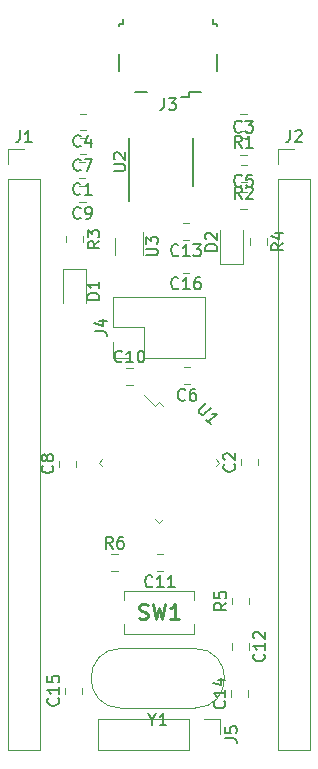
<source format=gbr>
%TF.GenerationSoftware,KiCad,Pcbnew,(5.1.6)-1*%
%TF.CreationDate,2021-02-04T14:06:32+01:00*%
%TF.ProjectId,DIY_Blackpill,4449595f-426c-4616-936b-70696c6c2e6b,rev?*%
%TF.SameCoordinates,Original*%
%TF.FileFunction,Legend,Top*%
%TF.FilePolarity,Positive*%
%FSLAX46Y46*%
G04 Gerber Fmt 4.6, Leading zero omitted, Abs format (unit mm)*
G04 Created by KiCad (PCBNEW (5.1.6)-1) date 2021-02-04 14:06:32*
%MOMM*%
%LPD*%
G01*
G04 APERTURE LIST*
%ADD10C,0.120000*%
%ADD11C,0.100000*%
%ADD12C,0.150000*%
%ADD13C,0.254000*%
G04 APERTURE END LIST*
D10*
%TO.C,J1*%
X52010000Y-97510000D02*
X54670000Y-97510000D01*
X52010000Y-49190000D02*
X52010000Y-97510000D01*
X54670000Y-49190000D02*
X54670000Y-97510000D01*
X52010000Y-49190000D02*
X54670000Y-49190000D01*
X52010000Y-47920000D02*
X52010000Y-46590000D01*
X52010000Y-46590000D02*
X53340000Y-46590000D01*
D11*
%TO.C,SW1*%
X61770000Y-84852000D02*
X61770000Y-84052000D01*
X61770000Y-84052000D02*
X67770000Y-84052000D01*
X67770000Y-84052000D02*
X67770000Y-84852000D01*
X61770000Y-86852000D02*
X61770000Y-87652000D01*
X61770000Y-87652000D02*
X67770000Y-87652000D01*
X67770000Y-87652000D02*
X67770000Y-86852000D01*
D10*
%TO.C,J4*%
X60900000Y-64322000D02*
X60900000Y-62992000D01*
X62230000Y-64322000D02*
X60900000Y-64322000D01*
X60900000Y-61722000D02*
X60900000Y-59122000D01*
X63500000Y-61722000D02*
X60900000Y-61722000D01*
X63500000Y-64322000D02*
X63500000Y-61722000D01*
X60900000Y-59122000D02*
X68640000Y-59122000D01*
X63500000Y-64322000D02*
X68640000Y-64322000D01*
X68640000Y-64322000D02*
X68640000Y-59122000D01*
%TO.C,C1*%
X58545252Y-49122400D02*
X58022748Y-49122400D01*
X58545252Y-47702400D02*
X58022748Y-47702400D01*
%TO.C,C2*%
X71718100Y-73416952D02*
X71718100Y-72894448D01*
X73138100Y-73416952D02*
X73138100Y-72894448D01*
%TO.C,C3*%
X71662548Y-45721200D02*
X72185052Y-45721200D01*
X71662548Y-47141200D02*
X72185052Y-47141200D01*
%TO.C,C4*%
X58563252Y-43638400D02*
X58040748Y-43638400D01*
X58563252Y-45058400D02*
X58040748Y-45058400D01*
%TO.C,C5*%
X71662548Y-51713200D02*
X72185052Y-51713200D01*
X71662548Y-50293200D02*
X72185052Y-50293200D01*
%TO.C,C6*%
X67409852Y-66546800D02*
X66887348Y-66546800D01*
X67409852Y-65126800D02*
X66887348Y-65126800D01*
%TO.C,C7*%
X58563252Y-47090400D02*
X58040748Y-47090400D01*
X58563252Y-45670400D02*
X58040748Y-45670400D01*
%TO.C,C8*%
X56313000Y-73531252D02*
X56313000Y-73008748D01*
X57733000Y-73531252D02*
X57733000Y-73008748D01*
%TO.C,C9*%
X58554252Y-49734400D02*
X58031748Y-49734400D01*
X58554252Y-51154400D02*
X58031748Y-51154400D01*
%TO.C,C10*%
X62010548Y-66597600D02*
X62533052Y-66597600D01*
X62010548Y-65177600D02*
X62533052Y-65177600D01*
%TO.C,C11*%
X65111152Y-82345600D02*
X64588648Y-82345600D01*
X65111152Y-80925600D02*
X64588648Y-80925600D01*
%TO.C,C12*%
X70930700Y-88495348D02*
X70930700Y-89017852D01*
X72350700Y-88495348D02*
X72350700Y-89017852D01*
%TO.C,C13*%
X67308252Y-52884000D02*
X66785748Y-52884000D01*
X67308252Y-54304000D02*
X66785748Y-54304000D01*
%TO.C,C14*%
X72299900Y-92996652D02*
X72299900Y-92474148D01*
X70879900Y-92996652D02*
X70879900Y-92474148D01*
%TO.C,C15*%
X56808300Y-92746352D02*
X56808300Y-92223848D01*
X58228300Y-92746352D02*
X58228300Y-92223848D01*
%TO.C,C16*%
X67308252Y-57098000D02*
X66785748Y-57098000D01*
X67308252Y-55678000D02*
X66785748Y-55678000D01*
%TO.C,D1*%
X56634500Y-56775900D02*
X56634500Y-59635900D01*
X58554500Y-56775900D02*
X56634500Y-56775900D01*
X58554500Y-59635900D02*
X58554500Y-56775900D01*
%TO.C,D2*%
X69931400Y-53495700D02*
X69931400Y-56355700D01*
X69931400Y-56355700D02*
X71851400Y-56355700D01*
X71851400Y-56355700D02*
X71851400Y-53495700D01*
%TO.C,J2*%
X74870000Y-97510000D02*
X77530000Y-97510000D01*
X74870000Y-49190000D02*
X74870000Y-97510000D01*
X77530000Y-49190000D02*
X77530000Y-97510000D01*
X74870000Y-49190000D02*
X77530000Y-49190000D01*
X74870000Y-47920000D02*
X74870000Y-46590000D01*
X74870000Y-46590000D02*
X76200000Y-46590000D01*
D12*
%TO.C,J3*%
X69682000Y-40020000D02*
X69682000Y-38620000D01*
X69682000Y-36220000D02*
X69682000Y-36070000D01*
X69682000Y-36070000D02*
X69382000Y-36070000D01*
X69382000Y-36070000D02*
X69382000Y-35620000D01*
X61682000Y-35620000D02*
X61682000Y-36070000D01*
X61682000Y-36070000D02*
X61382000Y-36070000D01*
X61382000Y-36070000D02*
X61382000Y-36220000D01*
X61382000Y-38620000D02*
X61382000Y-40020000D01*
X66607000Y-42195000D02*
X67332000Y-42195000D01*
X67332000Y-42195000D02*
X67332000Y-41770000D01*
X67332000Y-41770000D02*
X68332000Y-41770000D01*
X63732000Y-41770000D02*
X62732000Y-41770000D01*
D10*
%TO.C,J5*%
X59630000Y-94850000D02*
X59630000Y-97510000D01*
X67310000Y-94850000D02*
X59630000Y-94850000D01*
X67310000Y-97510000D02*
X59630000Y-97510000D01*
X67310000Y-94850000D02*
X67310000Y-97510000D01*
X68580000Y-94850000D02*
X69910000Y-94850000D01*
X69910000Y-94850000D02*
X69910000Y-96180000D01*
%TO.C,R1*%
X72185052Y-45109200D02*
X71662548Y-45109200D01*
X72185052Y-43689200D02*
X71662548Y-43689200D01*
%TO.C,R2*%
X72194052Y-48007200D02*
X71671548Y-48007200D01*
X72194052Y-49427200D02*
X71671548Y-49427200D01*
%TO.C,R3*%
X58329900Y-54018548D02*
X58329900Y-54541052D01*
X56909900Y-54018548D02*
X56909900Y-54541052D01*
%TO.C,R4*%
X72467400Y-54200048D02*
X72467400Y-54722552D01*
X73887400Y-54200048D02*
X73887400Y-54722552D01*
%TO.C,R5*%
X70943400Y-85151752D02*
X70943400Y-84629248D01*
X72363400Y-85151752D02*
X72363400Y-84629248D01*
%TO.C,R6*%
X60745848Y-82371000D02*
X61268352Y-82371000D01*
X60745848Y-80951000D02*
X61268352Y-80951000D01*
%TO.C,U1*%
X64451802Y-68402887D02*
X63539634Y-67490719D01*
X64770000Y-68084689D02*
X64451802Y-68402887D01*
X65088198Y-68402887D02*
X64770000Y-68084689D01*
X69875311Y-73190000D02*
X69557113Y-73508198D01*
X69557113Y-72871802D02*
X69875311Y-73190000D01*
X59664689Y-73190000D02*
X59982887Y-72871802D01*
X59982887Y-73508198D02*
X59664689Y-73190000D01*
X64770000Y-78295311D02*
X65088198Y-77977113D01*
X64451802Y-77977113D02*
X64770000Y-78295311D01*
D12*
%TO.C,U2*%
X67648200Y-49726600D02*
X67648200Y-45726600D01*
X62248200Y-51001600D02*
X62248200Y-45726600D01*
D10*
%TO.C,U3*%
X63390000Y-55564000D02*
X63390000Y-53664000D01*
X61070000Y-54164000D02*
X61070000Y-55564000D01*
%TO.C,Y1*%
X67795000Y-93965000D02*
X61545000Y-93965000D01*
X67795000Y-88915000D02*
X61545000Y-88915000D01*
X67795000Y-88915000D02*
G75*
G02*
X67795000Y-93965000I0J-2525000D01*
G01*
X61545000Y-88915000D02*
G75*
G03*
X61545000Y-93965000I0J-2525000D01*
G01*
%TO.C,J1*%
D12*
X53006666Y-45042380D02*
X53006666Y-45756666D01*
X52959047Y-45899523D01*
X52863809Y-45994761D01*
X52720952Y-46042380D01*
X52625714Y-46042380D01*
X54006666Y-46042380D02*
X53435238Y-46042380D01*
X53720952Y-46042380D02*
X53720952Y-45042380D01*
X53625714Y-45185238D01*
X53530476Y-45280476D01*
X53435238Y-45328095D01*
%TO.C,SW1*%
D13*
X63076666Y-86366047D02*
X63258095Y-86426523D01*
X63560476Y-86426523D01*
X63681428Y-86366047D01*
X63741904Y-86305571D01*
X63802380Y-86184619D01*
X63802380Y-86063666D01*
X63741904Y-85942714D01*
X63681428Y-85882238D01*
X63560476Y-85821761D01*
X63318571Y-85761285D01*
X63197619Y-85700809D01*
X63137142Y-85640333D01*
X63076666Y-85519380D01*
X63076666Y-85398428D01*
X63137142Y-85277476D01*
X63197619Y-85217000D01*
X63318571Y-85156523D01*
X63620952Y-85156523D01*
X63802380Y-85217000D01*
X64225714Y-85156523D02*
X64528095Y-86426523D01*
X64770000Y-85519380D01*
X65011904Y-86426523D01*
X65314285Y-85156523D01*
X66463333Y-86426523D02*
X65737619Y-86426523D01*
X66100476Y-86426523D02*
X66100476Y-85156523D01*
X65979523Y-85337952D01*
X65858571Y-85458904D01*
X65737619Y-85519380D01*
%TO.C,J4*%
D12*
X59352380Y-62055333D02*
X60066666Y-62055333D01*
X60209523Y-62102952D01*
X60304761Y-62198190D01*
X60352380Y-62341047D01*
X60352380Y-62436285D01*
X59685714Y-61150571D02*
X60352380Y-61150571D01*
X59304761Y-61388666D02*
X60019047Y-61626761D01*
X60019047Y-61007714D01*
%TO.C,C1*%
X58117333Y-50419542D02*
X58069714Y-50467161D01*
X57926857Y-50514780D01*
X57831619Y-50514780D01*
X57688761Y-50467161D01*
X57593523Y-50371923D01*
X57545904Y-50276685D01*
X57498285Y-50086209D01*
X57498285Y-49943352D01*
X57545904Y-49752876D01*
X57593523Y-49657638D01*
X57688761Y-49562400D01*
X57831619Y-49514780D01*
X57926857Y-49514780D01*
X58069714Y-49562400D01*
X58117333Y-49610019D01*
X59069714Y-50514780D02*
X58498285Y-50514780D01*
X58784000Y-50514780D02*
X58784000Y-49514780D01*
X58688761Y-49657638D01*
X58593523Y-49752876D01*
X58498285Y-49800495D01*
%TO.C,C2*%
X71135242Y-73322366D02*
X71182861Y-73369985D01*
X71230480Y-73512842D01*
X71230480Y-73608080D01*
X71182861Y-73750938D01*
X71087623Y-73846176D01*
X70992385Y-73893795D01*
X70801909Y-73941414D01*
X70659052Y-73941414D01*
X70468576Y-73893795D01*
X70373338Y-73846176D01*
X70278100Y-73750938D01*
X70230480Y-73608080D01*
X70230480Y-73512842D01*
X70278100Y-73369985D01*
X70325719Y-73322366D01*
X70325719Y-72941414D02*
X70278100Y-72893795D01*
X70230480Y-72798557D01*
X70230480Y-72560461D01*
X70278100Y-72465223D01*
X70325719Y-72417604D01*
X70420957Y-72369985D01*
X70516195Y-72369985D01*
X70659052Y-72417604D01*
X71230480Y-72989033D01*
X71230480Y-72369985D01*
%TO.C,C3*%
X71757133Y-45138342D02*
X71709514Y-45185961D01*
X71566657Y-45233580D01*
X71471419Y-45233580D01*
X71328561Y-45185961D01*
X71233323Y-45090723D01*
X71185704Y-44995485D01*
X71138085Y-44805009D01*
X71138085Y-44662152D01*
X71185704Y-44471676D01*
X71233323Y-44376438D01*
X71328561Y-44281200D01*
X71471419Y-44233580D01*
X71566657Y-44233580D01*
X71709514Y-44281200D01*
X71757133Y-44328819D01*
X72090466Y-44233580D02*
X72709514Y-44233580D01*
X72376180Y-44614533D01*
X72519038Y-44614533D01*
X72614276Y-44662152D01*
X72661895Y-44709771D01*
X72709514Y-44805009D01*
X72709514Y-45043104D01*
X72661895Y-45138342D01*
X72614276Y-45185961D01*
X72519038Y-45233580D01*
X72233323Y-45233580D01*
X72138085Y-45185961D01*
X72090466Y-45138342D01*
%TO.C,C4*%
X58135333Y-46355542D02*
X58087714Y-46403161D01*
X57944857Y-46450780D01*
X57849619Y-46450780D01*
X57706761Y-46403161D01*
X57611523Y-46307923D01*
X57563904Y-46212685D01*
X57516285Y-46022209D01*
X57516285Y-45879352D01*
X57563904Y-45688876D01*
X57611523Y-45593638D01*
X57706761Y-45498400D01*
X57849619Y-45450780D01*
X57944857Y-45450780D01*
X58087714Y-45498400D01*
X58135333Y-45546019D01*
X58992476Y-45784114D02*
X58992476Y-46450780D01*
X58754380Y-45403161D02*
X58516285Y-46117447D01*
X59135333Y-46117447D01*
%TO.C,C5*%
X71757133Y-49710342D02*
X71709514Y-49757961D01*
X71566657Y-49805580D01*
X71471419Y-49805580D01*
X71328561Y-49757961D01*
X71233323Y-49662723D01*
X71185704Y-49567485D01*
X71138085Y-49377009D01*
X71138085Y-49234152D01*
X71185704Y-49043676D01*
X71233323Y-48948438D01*
X71328561Y-48853200D01*
X71471419Y-48805580D01*
X71566657Y-48805580D01*
X71709514Y-48853200D01*
X71757133Y-48900819D01*
X72661895Y-48805580D02*
X72185704Y-48805580D01*
X72138085Y-49281771D01*
X72185704Y-49234152D01*
X72280942Y-49186533D01*
X72519038Y-49186533D01*
X72614276Y-49234152D01*
X72661895Y-49281771D01*
X72709514Y-49377009D01*
X72709514Y-49615104D01*
X72661895Y-49710342D01*
X72614276Y-49757961D01*
X72519038Y-49805580D01*
X72280942Y-49805580D01*
X72185704Y-49757961D01*
X72138085Y-49710342D01*
%TO.C,C6*%
X66981933Y-67843942D02*
X66934314Y-67891561D01*
X66791457Y-67939180D01*
X66696219Y-67939180D01*
X66553361Y-67891561D01*
X66458123Y-67796323D01*
X66410504Y-67701085D01*
X66362885Y-67510609D01*
X66362885Y-67367752D01*
X66410504Y-67177276D01*
X66458123Y-67082038D01*
X66553361Y-66986800D01*
X66696219Y-66939180D01*
X66791457Y-66939180D01*
X66934314Y-66986800D01*
X66981933Y-67034419D01*
X67839076Y-66939180D02*
X67648600Y-66939180D01*
X67553361Y-66986800D01*
X67505742Y-67034419D01*
X67410504Y-67177276D01*
X67362885Y-67367752D01*
X67362885Y-67748704D01*
X67410504Y-67843942D01*
X67458123Y-67891561D01*
X67553361Y-67939180D01*
X67743838Y-67939180D01*
X67839076Y-67891561D01*
X67886695Y-67843942D01*
X67934314Y-67748704D01*
X67934314Y-67510609D01*
X67886695Y-67415371D01*
X67839076Y-67367752D01*
X67743838Y-67320133D01*
X67553361Y-67320133D01*
X67458123Y-67367752D01*
X67410504Y-67415371D01*
X67362885Y-67510609D01*
%TO.C,C7*%
X58135333Y-48387542D02*
X58087714Y-48435161D01*
X57944857Y-48482780D01*
X57849619Y-48482780D01*
X57706761Y-48435161D01*
X57611523Y-48339923D01*
X57563904Y-48244685D01*
X57516285Y-48054209D01*
X57516285Y-47911352D01*
X57563904Y-47720876D01*
X57611523Y-47625638D01*
X57706761Y-47530400D01*
X57849619Y-47482780D01*
X57944857Y-47482780D01*
X58087714Y-47530400D01*
X58135333Y-47578019D01*
X58468666Y-47482780D02*
X59135333Y-47482780D01*
X58706761Y-48482780D01*
%TO.C,C8*%
X55730142Y-73436666D02*
X55777761Y-73484285D01*
X55825380Y-73627142D01*
X55825380Y-73722380D01*
X55777761Y-73865238D01*
X55682523Y-73960476D01*
X55587285Y-74008095D01*
X55396809Y-74055714D01*
X55253952Y-74055714D01*
X55063476Y-74008095D01*
X54968238Y-73960476D01*
X54873000Y-73865238D01*
X54825380Y-73722380D01*
X54825380Y-73627142D01*
X54873000Y-73484285D01*
X54920619Y-73436666D01*
X55253952Y-72865238D02*
X55206333Y-72960476D01*
X55158714Y-73008095D01*
X55063476Y-73055714D01*
X55015857Y-73055714D01*
X54920619Y-73008095D01*
X54873000Y-72960476D01*
X54825380Y-72865238D01*
X54825380Y-72674761D01*
X54873000Y-72579523D01*
X54920619Y-72531904D01*
X55015857Y-72484285D01*
X55063476Y-72484285D01*
X55158714Y-72531904D01*
X55206333Y-72579523D01*
X55253952Y-72674761D01*
X55253952Y-72865238D01*
X55301571Y-72960476D01*
X55349190Y-73008095D01*
X55444428Y-73055714D01*
X55634904Y-73055714D01*
X55730142Y-73008095D01*
X55777761Y-72960476D01*
X55825380Y-72865238D01*
X55825380Y-72674761D01*
X55777761Y-72579523D01*
X55730142Y-72531904D01*
X55634904Y-72484285D01*
X55444428Y-72484285D01*
X55349190Y-72531904D01*
X55301571Y-72579523D01*
X55253952Y-72674761D01*
%TO.C,C9*%
X58126333Y-52451542D02*
X58078714Y-52499161D01*
X57935857Y-52546780D01*
X57840619Y-52546780D01*
X57697761Y-52499161D01*
X57602523Y-52403923D01*
X57554904Y-52308685D01*
X57507285Y-52118209D01*
X57507285Y-51975352D01*
X57554904Y-51784876D01*
X57602523Y-51689638D01*
X57697761Y-51594400D01*
X57840619Y-51546780D01*
X57935857Y-51546780D01*
X58078714Y-51594400D01*
X58126333Y-51642019D01*
X58602523Y-52546780D02*
X58793000Y-52546780D01*
X58888238Y-52499161D01*
X58935857Y-52451542D01*
X59031095Y-52308685D01*
X59078714Y-52118209D01*
X59078714Y-51737257D01*
X59031095Y-51642019D01*
X58983476Y-51594400D01*
X58888238Y-51546780D01*
X58697761Y-51546780D01*
X58602523Y-51594400D01*
X58554904Y-51642019D01*
X58507285Y-51737257D01*
X58507285Y-51975352D01*
X58554904Y-52070590D01*
X58602523Y-52118209D01*
X58697761Y-52165828D01*
X58888238Y-52165828D01*
X58983476Y-52118209D01*
X59031095Y-52070590D01*
X59078714Y-51975352D01*
%TO.C,C10*%
X61628942Y-64594742D02*
X61581323Y-64642361D01*
X61438466Y-64689980D01*
X61343228Y-64689980D01*
X61200371Y-64642361D01*
X61105133Y-64547123D01*
X61057514Y-64451885D01*
X61009895Y-64261409D01*
X61009895Y-64118552D01*
X61057514Y-63928076D01*
X61105133Y-63832838D01*
X61200371Y-63737600D01*
X61343228Y-63689980D01*
X61438466Y-63689980D01*
X61581323Y-63737600D01*
X61628942Y-63785219D01*
X62581323Y-64689980D02*
X62009895Y-64689980D01*
X62295609Y-64689980D02*
X62295609Y-63689980D01*
X62200371Y-63832838D01*
X62105133Y-63928076D01*
X62009895Y-63975695D01*
X63200371Y-63689980D02*
X63295609Y-63689980D01*
X63390847Y-63737600D01*
X63438466Y-63785219D01*
X63486085Y-63880457D01*
X63533704Y-64070933D01*
X63533704Y-64309028D01*
X63486085Y-64499504D01*
X63438466Y-64594742D01*
X63390847Y-64642361D01*
X63295609Y-64689980D01*
X63200371Y-64689980D01*
X63105133Y-64642361D01*
X63057514Y-64594742D01*
X63009895Y-64499504D01*
X62962276Y-64309028D01*
X62962276Y-64070933D01*
X63009895Y-63880457D01*
X63057514Y-63785219D01*
X63105133Y-63737600D01*
X63200371Y-63689980D01*
%TO.C,C11*%
X64207042Y-83642742D02*
X64159423Y-83690361D01*
X64016566Y-83737980D01*
X63921328Y-83737980D01*
X63778471Y-83690361D01*
X63683233Y-83595123D01*
X63635614Y-83499885D01*
X63587995Y-83309409D01*
X63587995Y-83166552D01*
X63635614Y-82976076D01*
X63683233Y-82880838D01*
X63778471Y-82785600D01*
X63921328Y-82737980D01*
X64016566Y-82737980D01*
X64159423Y-82785600D01*
X64207042Y-82833219D01*
X65159423Y-83737980D02*
X64587995Y-83737980D01*
X64873709Y-83737980D02*
X64873709Y-82737980D01*
X64778471Y-82880838D01*
X64683233Y-82976076D01*
X64587995Y-83023695D01*
X66111804Y-83737980D02*
X65540376Y-83737980D01*
X65826090Y-83737980D02*
X65826090Y-82737980D01*
X65730852Y-82880838D01*
X65635614Y-82976076D01*
X65540376Y-83023695D01*
%TO.C,C12*%
X73647842Y-89399457D02*
X73695461Y-89447076D01*
X73743080Y-89589933D01*
X73743080Y-89685171D01*
X73695461Y-89828028D01*
X73600223Y-89923266D01*
X73504985Y-89970885D01*
X73314509Y-90018504D01*
X73171652Y-90018504D01*
X72981176Y-89970885D01*
X72885938Y-89923266D01*
X72790700Y-89828028D01*
X72743080Y-89685171D01*
X72743080Y-89589933D01*
X72790700Y-89447076D01*
X72838319Y-89399457D01*
X73743080Y-88447076D02*
X73743080Y-89018504D01*
X73743080Y-88732790D02*
X72743080Y-88732790D01*
X72885938Y-88828028D01*
X72981176Y-88923266D01*
X73028795Y-89018504D01*
X72838319Y-88066123D02*
X72790700Y-88018504D01*
X72743080Y-87923266D01*
X72743080Y-87685171D01*
X72790700Y-87589933D01*
X72838319Y-87542314D01*
X72933557Y-87494695D01*
X73028795Y-87494695D01*
X73171652Y-87542314D01*
X73743080Y-88113742D01*
X73743080Y-87494695D01*
%TO.C,C13*%
X66404142Y-55601142D02*
X66356523Y-55648761D01*
X66213666Y-55696380D01*
X66118428Y-55696380D01*
X65975571Y-55648761D01*
X65880333Y-55553523D01*
X65832714Y-55458285D01*
X65785095Y-55267809D01*
X65785095Y-55124952D01*
X65832714Y-54934476D01*
X65880333Y-54839238D01*
X65975571Y-54744000D01*
X66118428Y-54696380D01*
X66213666Y-54696380D01*
X66356523Y-54744000D01*
X66404142Y-54791619D01*
X67356523Y-55696380D02*
X66785095Y-55696380D01*
X67070809Y-55696380D02*
X67070809Y-54696380D01*
X66975571Y-54839238D01*
X66880333Y-54934476D01*
X66785095Y-54982095D01*
X67689857Y-54696380D02*
X68308904Y-54696380D01*
X67975571Y-55077333D01*
X68118428Y-55077333D01*
X68213666Y-55124952D01*
X68261285Y-55172571D01*
X68308904Y-55267809D01*
X68308904Y-55505904D01*
X68261285Y-55601142D01*
X68213666Y-55648761D01*
X68118428Y-55696380D01*
X67832714Y-55696380D01*
X67737476Y-55648761D01*
X67689857Y-55601142D01*
%TO.C,C14*%
X70297042Y-93378257D02*
X70344661Y-93425876D01*
X70392280Y-93568733D01*
X70392280Y-93663971D01*
X70344661Y-93806828D01*
X70249423Y-93902066D01*
X70154185Y-93949685D01*
X69963709Y-93997304D01*
X69820852Y-93997304D01*
X69630376Y-93949685D01*
X69535138Y-93902066D01*
X69439900Y-93806828D01*
X69392280Y-93663971D01*
X69392280Y-93568733D01*
X69439900Y-93425876D01*
X69487519Y-93378257D01*
X70392280Y-92425876D02*
X70392280Y-92997304D01*
X70392280Y-92711590D02*
X69392280Y-92711590D01*
X69535138Y-92806828D01*
X69630376Y-92902066D01*
X69677995Y-92997304D01*
X69725614Y-91568733D02*
X70392280Y-91568733D01*
X69344661Y-91806828D02*
X70058947Y-92044923D01*
X70058947Y-91425876D01*
%TO.C,C15*%
X56225442Y-93127957D02*
X56273061Y-93175576D01*
X56320680Y-93318433D01*
X56320680Y-93413671D01*
X56273061Y-93556528D01*
X56177823Y-93651766D01*
X56082585Y-93699385D01*
X55892109Y-93747004D01*
X55749252Y-93747004D01*
X55558776Y-93699385D01*
X55463538Y-93651766D01*
X55368300Y-93556528D01*
X55320680Y-93413671D01*
X55320680Y-93318433D01*
X55368300Y-93175576D01*
X55415919Y-93127957D01*
X56320680Y-92175576D02*
X56320680Y-92747004D01*
X56320680Y-92461290D02*
X55320680Y-92461290D01*
X55463538Y-92556528D01*
X55558776Y-92651766D01*
X55606395Y-92747004D01*
X55320680Y-91270814D02*
X55320680Y-91747004D01*
X55796871Y-91794623D01*
X55749252Y-91747004D01*
X55701633Y-91651766D01*
X55701633Y-91413671D01*
X55749252Y-91318433D01*
X55796871Y-91270814D01*
X55892109Y-91223195D01*
X56130204Y-91223195D01*
X56225442Y-91270814D01*
X56273061Y-91318433D01*
X56320680Y-91413671D01*
X56320680Y-91651766D01*
X56273061Y-91747004D01*
X56225442Y-91794623D01*
%TO.C,C16*%
X66404142Y-58395142D02*
X66356523Y-58442761D01*
X66213666Y-58490380D01*
X66118428Y-58490380D01*
X65975571Y-58442761D01*
X65880333Y-58347523D01*
X65832714Y-58252285D01*
X65785095Y-58061809D01*
X65785095Y-57918952D01*
X65832714Y-57728476D01*
X65880333Y-57633238D01*
X65975571Y-57538000D01*
X66118428Y-57490380D01*
X66213666Y-57490380D01*
X66356523Y-57538000D01*
X66404142Y-57585619D01*
X67356523Y-58490380D02*
X66785095Y-58490380D01*
X67070809Y-58490380D02*
X67070809Y-57490380D01*
X66975571Y-57633238D01*
X66880333Y-57728476D01*
X66785095Y-57776095D01*
X68213666Y-57490380D02*
X68023190Y-57490380D01*
X67927952Y-57538000D01*
X67880333Y-57585619D01*
X67785095Y-57728476D01*
X67737476Y-57918952D01*
X67737476Y-58299904D01*
X67785095Y-58395142D01*
X67832714Y-58442761D01*
X67927952Y-58490380D01*
X68118428Y-58490380D01*
X68213666Y-58442761D01*
X68261285Y-58395142D01*
X68308904Y-58299904D01*
X68308904Y-58061809D01*
X68261285Y-57966571D01*
X68213666Y-57918952D01*
X68118428Y-57871333D01*
X67927952Y-57871333D01*
X67832714Y-57918952D01*
X67785095Y-57966571D01*
X67737476Y-58061809D01*
%TO.C,D1*%
X59696880Y-59373995D02*
X58696880Y-59373995D01*
X58696880Y-59135900D01*
X58744500Y-58993042D01*
X58839738Y-58897804D01*
X58934976Y-58850185D01*
X59125452Y-58802566D01*
X59268309Y-58802566D01*
X59458785Y-58850185D01*
X59554023Y-58897804D01*
X59649261Y-58993042D01*
X59696880Y-59135900D01*
X59696880Y-59373995D01*
X59696880Y-57850185D02*
X59696880Y-58421614D01*
X59696880Y-58135900D02*
X58696880Y-58135900D01*
X58839738Y-58231138D01*
X58934976Y-58326376D01*
X58982595Y-58421614D01*
%TO.C,D2*%
X69693780Y-55233795D02*
X68693780Y-55233795D01*
X68693780Y-54995700D01*
X68741400Y-54852842D01*
X68836638Y-54757604D01*
X68931876Y-54709985D01*
X69122352Y-54662366D01*
X69265209Y-54662366D01*
X69455685Y-54709985D01*
X69550923Y-54757604D01*
X69646161Y-54852842D01*
X69693780Y-54995700D01*
X69693780Y-55233795D01*
X68789019Y-54281414D02*
X68741400Y-54233795D01*
X68693780Y-54138557D01*
X68693780Y-53900461D01*
X68741400Y-53805223D01*
X68789019Y-53757604D01*
X68884257Y-53709985D01*
X68979495Y-53709985D01*
X69122352Y-53757604D01*
X69693780Y-54329033D01*
X69693780Y-53709985D01*
%TO.C,J2*%
X75866666Y-45042380D02*
X75866666Y-45756666D01*
X75819047Y-45899523D01*
X75723809Y-45994761D01*
X75580952Y-46042380D01*
X75485714Y-46042380D01*
X76295238Y-45137619D02*
X76342857Y-45090000D01*
X76438095Y-45042380D01*
X76676190Y-45042380D01*
X76771428Y-45090000D01*
X76819047Y-45137619D01*
X76866666Y-45232857D01*
X76866666Y-45328095D01*
X76819047Y-45470952D01*
X76247619Y-46042380D01*
X76866666Y-46042380D01*
%TO.C,J3*%
X65198666Y-42322380D02*
X65198666Y-43036666D01*
X65151047Y-43179523D01*
X65055809Y-43274761D01*
X64912952Y-43322380D01*
X64817714Y-43322380D01*
X65579619Y-42322380D02*
X66198666Y-42322380D01*
X65865333Y-42703333D01*
X66008190Y-42703333D01*
X66103428Y-42750952D01*
X66151047Y-42798571D01*
X66198666Y-42893809D01*
X66198666Y-43131904D01*
X66151047Y-43227142D01*
X66103428Y-43274761D01*
X66008190Y-43322380D01*
X65722476Y-43322380D01*
X65627238Y-43274761D01*
X65579619Y-43227142D01*
%TO.C,J5*%
X70362380Y-96513333D02*
X71076666Y-96513333D01*
X71219523Y-96560952D01*
X71314761Y-96656190D01*
X71362380Y-96799047D01*
X71362380Y-96894285D01*
X70362380Y-95560952D02*
X70362380Y-96037142D01*
X70838571Y-96084761D01*
X70790952Y-96037142D01*
X70743333Y-95941904D01*
X70743333Y-95703809D01*
X70790952Y-95608571D01*
X70838571Y-95560952D01*
X70933809Y-95513333D01*
X71171904Y-95513333D01*
X71267142Y-95560952D01*
X71314761Y-95608571D01*
X71362380Y-95703809D01*
X71362380Y-95941904D01*
X71314761Y-96037142D01*
X71267142Y-96084761D01*
%TO.C,R1*%
X71757133Y-46501580D02*
X71423800Y-46025390D01*
X71185704Y-46501580D02*
X71185704Y-45501580D01*
X71566657Y-45501580D01*
X71661895Y-45549200D01*
X71709514Y-45596819D01*
X71757133Y-45692057D01*
X71757133Y-45834914D01*
X71709514Y-45930152D01*
X71661895Y-45977771D01*
X71566657Y-46025390D01*
X71185704Y-46025390D01*
X72709514Y-46501580D02*
X72138085Y-46501580D01*
X72423800Y-46501580D02*
X72423800Y-45501580D01*
X72328561Y-45644438D01*
X72233323Y-45739676D01*
X72138085Y-45787295D01*
%TO.C,R2*%
X71766133Y-50819580D02*
X71432800Y-50343390D01*
X71194704Y-50819580D02*
X71194704Y-49819580D01*
X71575657Y-49819580D01*
X71670895Y-49867200D01*
X71718514Y-49914819D01*
X71766133Y-50010057D01*
X71766133Y-50152914D01*
X71718514Y-50248152D01*
X71670895Y-50295771D01*
X71575657Y-50343390D01*
X71194704Y-50343390D01*
X72147085Y-49914819D02*
X72194704Y-49867200D01*
X72289942Y-49819580D01*
X72528038Y-49819580D01*
X72623276Y-49867200D01*
X72670895Y-49914819D01*
X72718514Y-50010057D01*
X72718514Y-50105295D01*
X72670895Y-50248152D01*
X72099466Y-50819580D01*
X72718514Y-50819580D01*
%TO.C,R3*%
X59722280Y-54446466D02*
X59246090Y-54779800D01*
X59722280Y-55017895D02*
X58722280Y-55017895D01*
X58722280Y-54636942D01*
X58769900Y-54541704D01*
X58817519Y-54494085D01*
X58912757Y-54446466D01*
X59055614Y-54446466D01*
X59150852Y-54494085D01*
X59198471Y-54541704D01*
X59246090Y-54636942D01*
X59246090Y-55017895D01*
X58722280Y-54113133D02*
X58722280Y-53494085D01*
X59103233Y-53827419D01*
X59103233Y-53684561D01*
X59150852Y-53589323D01*
X59198471Y-53541704D01*
X59293709Y-53494085D01*
X59531804Y-53494085D01*
X59627042Y-53541704D01*
X59674661Y-53589323D01*
X59722280Y-53684561D01*
X59722280Y-53970276D01*
X59674661Y-54065514D01*
X59627042Y-54113133D01*
%TO.C,R4*%
X75279780Y-54627966D02*
X74803590Y-54961300D01*
X75279780Y-55199395D02*
X74279780Y-55199395D01*
X74279780Y-54818442D01*
X74327400Y-54723204D01*
X74375019Y-54675585D01*
X74470257Y-54627966D01*
X74613114Y-54627966D01*
X74708352Y-54675585D01*
X74755971Y-54723204D01*
X74803590Y-54818442D01*
X74803590Y-55199395D01*
X74613114Y-53770823D02*
X75279780Y-53770823D01*
X74232161Y-54008919D02*
X74946447Y-54247014D01*
X74946447Y-53627966D01*
%TO.C,R5*%
X70455780Y-85057166D02*
X69979590Y-85390500D01*
X70455780Y-85628595D02*
X69455780Y-85628595D01*
X69455780Y-85247642D01*
X69503400Y-85152404D01*
X69551019Y-85104785D01*
X69646257Y-85057166D01*
X69789114Y-85057166D01*
X69884352Y-85104785D01*
X69931971Y-85152404D01*
X69979590Y-85247642D01*
X69979590Y-85628595D01*
X69455780Y-84152404D02*
X69455780Y-84628595D01*
X69931971Y-84676214D01*
X69884352Y-84628595D01*
X69836733Y-84533357D01*
X69836733Y-84295261D01*
X69884352Y-84200023D01*
X69931971Y-84152404D01*
X70027209Y-84104785D01*
X70265304Y-84104785D01*
X70360542Y-84152404D01*
X70408161Y-84200023D01*
X70455780Y-84295261D01*
X70455780Y-84533357D01*
X70408161Y-84628595D01*
X70360542Y-84676214D01*
%TO.C,R6*%
X60840433Y-80463380D02*
X60507100Y-79987190D01*
X60269004Y-80463380D02*
X60269004Y-79463380D01*
X60649957Y-79463380D01*
X60745195Y-79511000D01*
X60792814Y-79558619D01*
X60840433Y-79653857D01*
X60840433Y-79796714D01*
X60792814Y-79891952D01*
X60745195Y-79939571D01*
X60649957Y-79987190D01*
X60269004Y-79987190D01*
X61697576Y-79463380D02*
X61507100Y-79463380D01*
X61411861Y-79511000D01*
X61364242Y-79558619D01*
X61269004Y-79701476D01*
X61221385Y-79891952D01*
X61221385Y-80272904D01*
X61269004Y-80368142D01*
X61316623Y-80415761D01*
X61411861Y-80463380D01*
X61602338Y-80463380D01*
X61697576Y-80415761D01*
X61745195Y-80368142D01*
X61792814Y-80272904D01*
X61792814Y-80034809D01*
X61745195Y-79939571D01*
X61697576Y-79891952D01*
X61602338Y-79844333D01*
X61411861Y-79844333D01*
X61316623Y-79891952D01*
X61269004Y-79939571D01*
X61221385Y-80034809D01*
%TO.C,U1*%
X68755052Y-68127451D02*
X68182632Y-68699871D01*
X68148960Y-68800886D01*
X68148960Y-68868230D01*
X68182632Y-68969245D01*
X68317319Y-69103932D01*
X68418334Y-69137604D01*
X68485678Y-69137604D01*
X68586693Y-69103932D01*
X69159113Y-68531512D01*
X69159113Y-69945726D02*
X68755052Y-69541665D01*
X68957082Y-69743695D02*
X69664189Y-69036589D01*
X69495830Y-69070260D01*
X69361143Y-69070260D01*
X69260128Y-69036589D01*
%TO.C,U2*%
X60925580Y-48488504D02*
X61735104Y-48488504D01*
X61830342Y-48440885D01*
X61877961Y-48393266D01*
X61925580Y-48298028D01*
X61925580Y-48107552D01*
X61877961Y-48012314D01*
X61830342Y-47964695D01*
X61735104Y-47917076D01*
X60925580Y-47917076D01*
X61020819Y-47488504D02*
X60973200Y-47440885D01*
X60925580Y-47345647D01*
X60925580Y-47107552D01*
X60973200Y-47012314D01*
X61020819Y-46964695D01*
X61116057Y-46917076D01*
X61211295Y-46917076D01*
X61354152Y-46964695D01*
X61925580Y-47536123D01*
X61925580Y-46917076D01*
%TO.C,U3*%
X63682380Y-55625904D02*
X64491904Y-55625904D01*
X64587142Y-55578285D01*
X64634761Y-55530666D01*
X64682380Y-55435428D01*
X64682380Y-55244952D01*
X64634761Y-55149714D01*
X64587142Y-55102095D01*
X64491904Y-55054476D01*
X63682380Y-55054476D01*
X63682380Y-54673523D02*
X63682380Y-54054476D01*
X64063333Y-54387809D01*
X64063333Y-54244952D01*
X64110952Y-54149714D01*
X64158571Y-54102095D01*
X64253809Y-54054476D01*
X64491904Y-54054476D01*
X64587142Y-54102095D01*
X64634761Y-54149714D01*
X64682380Y-54244952D01*
X64682380Y-54530666D01*
X64634761Y-54625904D01*
X64587142Y-54673523D01*
%TO.C,Y1*%
X64193809Y-94941190D02*
X64193809Y-95417380D01*
X63860476Y-94417380D02*
X64193809Y-94941190D01*
X64527142Y-94417380D01*
X65384285Y-95417380D02*
X64812857Y-95417380D01*
X65098571Y-95417380D02*
X65098571Y-94417380D01*
X65003333Y-94560238D01*
X64908095Y-94655476D01*
X64812857Y-94703095D01*
%TD*%
M02*

</source>
